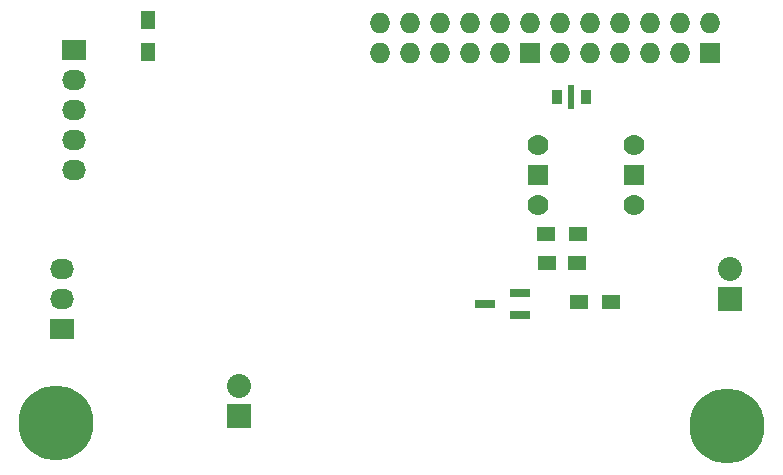
<source format=gbs>
G04 #@! TF.FileFunction,Soldermask,Bot*
%FSLAX46Y46*%
G04 Gerber Fmt 4.6, Leading zero omitted, Abs format (unit mm)*
G04 Created by KiCad (PCBNEW 4.0.1-stable) date 24/01/2016 09:13:41*
%MOMM*%
G01*
G04 APERTURE LIST*
%ADD10C,0.100000*%
%ADD11R,0.899160X1.249680*%
%ADD12R,0.500380X1.998980*%
%ADD13R,2.032000X2.032000*%
%ADD14O,2.032000X2.032000*%
%ADD15R,2.032000X1.727200*%
%ADD16O,2.032000X1.727200*%
%ADD17R,1.727200X1.727200*%
%ADD18O,1.727200X1.727200*%
%ADD19C,1.778000*%
%ADD20R,1.778000X1.778000*%
%ADD21C,6.350000*%
%ADD22R,1.500000X1.250000*%
%ADD23R,1.500000X1.300000*%
%ADD24R,1.800860X0.800100*%
%ADD25R,1.300000X1.500000*%
G04 APERTURE END LIST*
D10*
D11*
X148398880Y-108500000D03*
X146001120Y-108500000D03*
D12*
X147200000Y-108500000D03*
D13*
X160650000Y-125600000D03*
D14*
X160650000Y-123060000D03*
D15*
X104076500Y-128206500D03*
D16*
X104076500Y-125666500D03*
X104076500Y-123126500D03*
D17*
X143700000Y-104800000D03*
D18*
X143700000Y-102260000D03*
X141160000Y-104800000D03*
X141160000Y-102260000D03*
X138620000Y-104800000D03*
X138620000Y-102260000D03*
X136080000Y-104800000D03*
X136080000Y-102260000D03*
X133540000Y-104800000D03*
X133540000Y-102260000D03*
X131000000Y-104800000D03*
X131000000Y-102260000D03*
D17*
X158900000Y-104800000D03*
D18*
X158900000Y-102260000D03*
X156360000Y-104800000D03*
X156360000Y-102260000D03*
X153820000Y-104800000D03*
X153820000Y-102260000D03*
X151280000Y-104800000D03*
X151280000Y-102260000D03*
X148740000Y-104800000D03*
X148740000Y-102260000D03*
X146200000Y-104800000D03*
X146200000Y-102260000D03*
D19*
X152500000Y-117640000D03*
D20*
X152500000Y-115100000D03*
D19*
X152500000Y-112560000D03*
X144350000Y-117690000D03*
D20*
X144350000Y-115150000D03*
D19*
X144350000Y-112610000D03*
D13*
X119062500Y-135572500D03*
D14*
X119062500Y-133032500D03*
D21*
X103568500Y-136144000D03*
X160400000Y-136400000D03*
D22*
X145150000Y-122600000D03*
X147650000Y-122600000D03*
D23*
X150550000Y-125850000D03*
X147850000Y-125850000D03*
X145050000Y-120100000D03*
X147750000Y-120100000D03*
D24*
X142852140Y-125097500D03*
X142852140Y-126997500D03*
X139849860Y-126047500D03*
D15*
X105092500Y-104521000D03*
D16*
X105092500Y-107061000D03*
X105092500Y-109601000D03*
X105092500Y-112141000D03*
X105092500Y-114681000D03*
D25*
X111315500Y-104728000D03*
X111315500Y-102028000D03*
M02*

</source>
